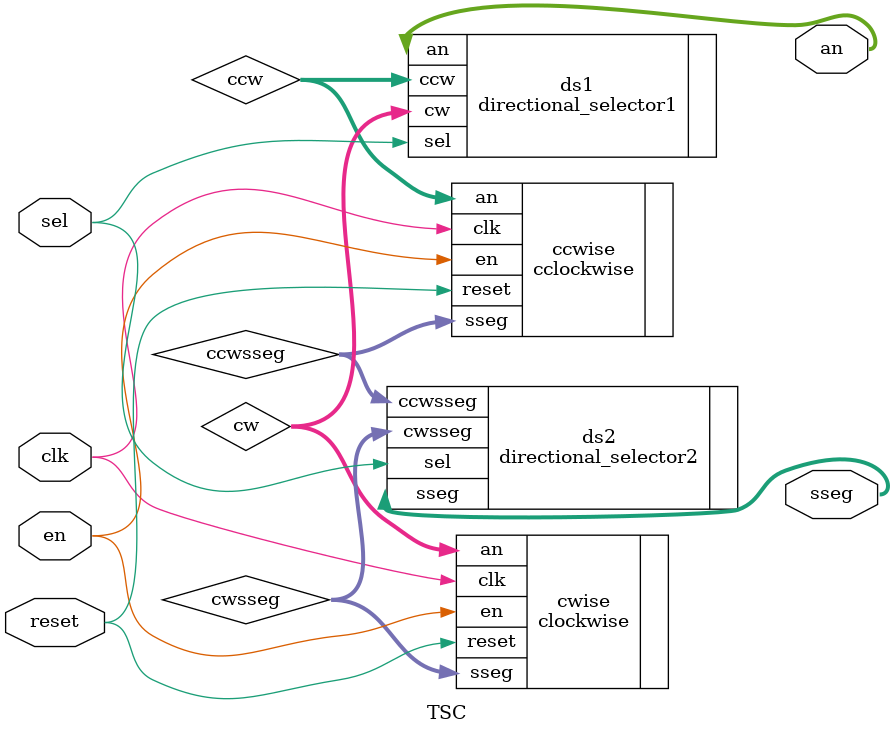
<source format=v>
`timescale 1ns / 1ps
module TSC(
   input wire clk, reset,sel,en,
    output  [3:0] an,  // enable 1-out-of-4 asserted low
    output  [7:0] sseg // led segments
   ); 
	 
	wire [7:0] cw;
	wire [7:0] ccw;
	wire [7:0] cwsseg;
	wire [7:0] ccwsseg;
	
	clockwise cwise (.clk(clk),.reset(reset),.sseg(cwsseg),.an(cw),.en(en));
	cclockwise ccwise(.clk(clk),.reset(reset),.sseg(ccwsseg),.an(ccw),.en(en));
	directional_selector1 ds1(.sel(sel),.cw(cw),.ccw(ccw),.an(an));
	directional_selector2 ds2(.sel(sel),.cwsseg(cwsseg),.ccwsseg(ccwsseg),.sseg(sseg));
	

endmodule 
</source>
